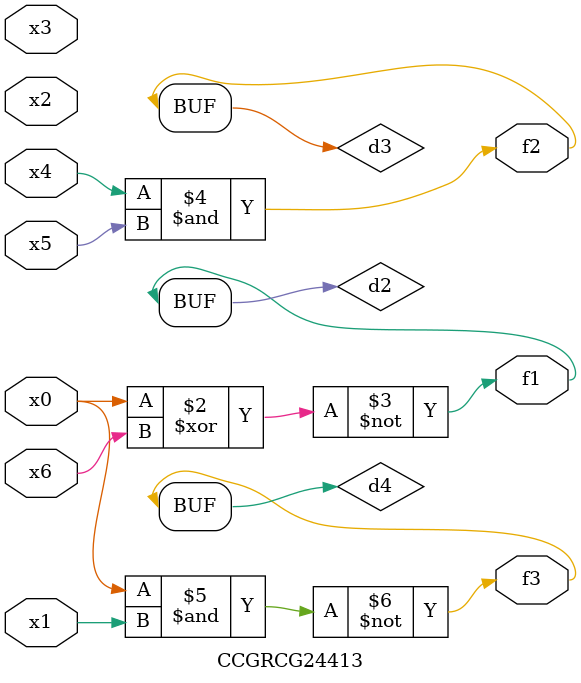
<source format=v>
module CCGRCG24413(
	input x0, x1, x2, x3, x4, x5, x6,
	output f1, f2, f3
);

	wire d1, d2, d3, d4;

	nor (d1, x0);
	xnor (d2, x0, x6);
	and (d3, x4, x5);
	nand (d4, x0, x1);
	assign f1 = d2;
	assign f2 = d3;
	assign f3 = d4;
endmodule

</source>
